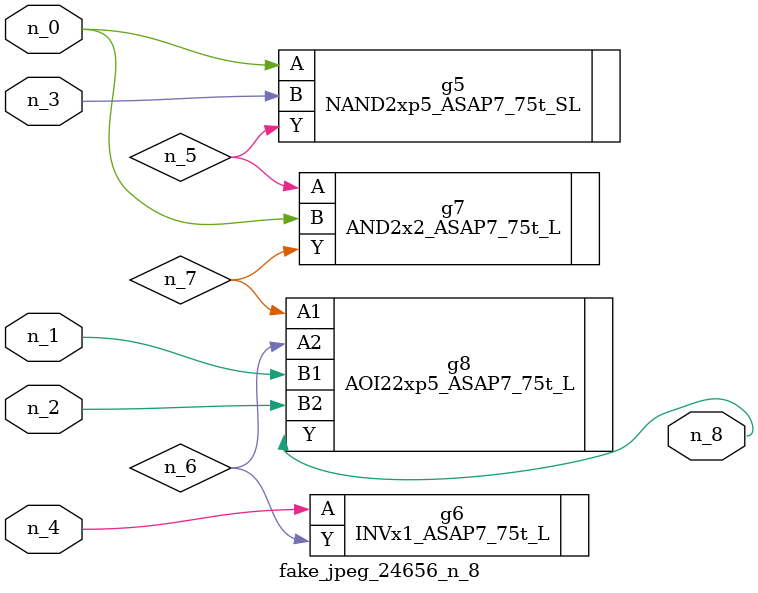
<source format=v>
module fake_jpeg_24656_n_8 (n_3, n_2, n_1, n_0, n_4, n_8);

input n_3;
input n_2;
input n_1;
input n_0;
input n_4;

output n_8;

wire n_6;
wire n_5;
wire n_7;

NAND2xp5_ASAP7_75t_SL g5 ( 
.A(n_0),
.B(n_3),
.Y(n_5)
);

INVx1_ASAP7_75t_L g6 ( 
.A(n_4),
.Y(n_6)
);

AND2x2_ASAP7_75t_L g7 ( 
.A(n_5),
.B(n_0),
.Y(n_7)
);

AOI22xp5_ASAP7_75t_L g8 ( 
.A1(n_7),
.A2(n_6),
.B1(n_1),
.B2(n_2),
.Y(n_8)
);


endmodule
</source>
